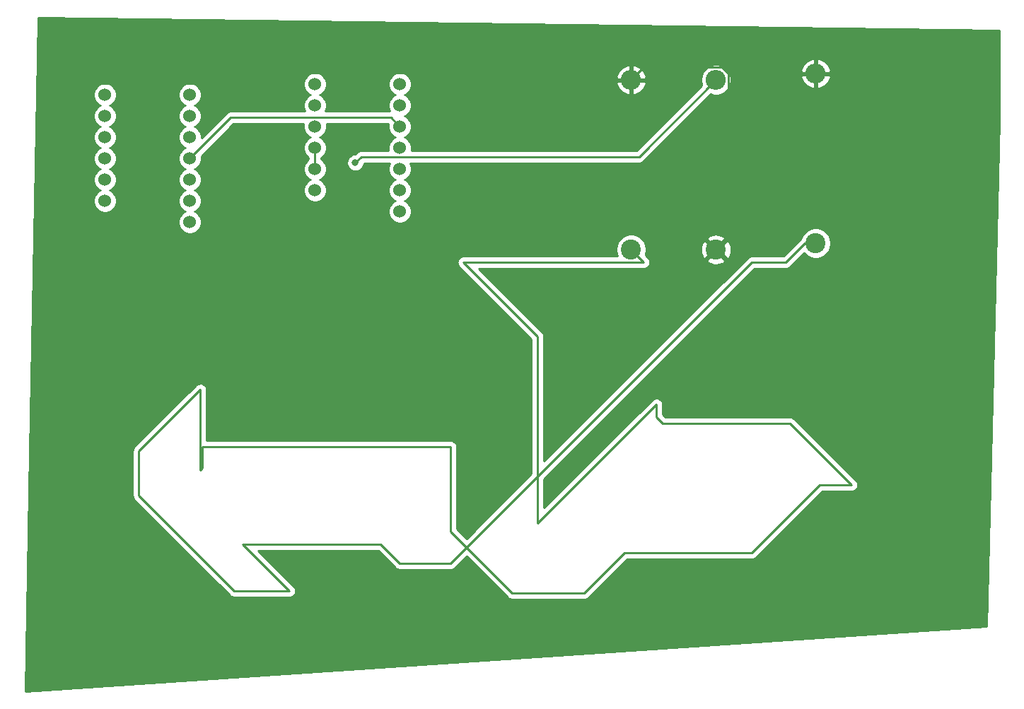
<source format=gbr>
%TF.GenerationSoftware,KiCad,Pcbnew,(5.1.9)-1*%
%TF.CreationDate,2021-10-21T17:43:52-05:00*%
%TF.ProjectId,tutorial,7475746f-7269-4616-9c2e-6b696361645f,rev?*%
%TF.SameCoordinates,Original*%
%TF.FileFunction,Copper,L2,Bot*%
%TF.FilePolarity,Positive*%
%FSLAX46Y46*%
G04 Gerber Fmt 4.6, Leading zero omitted, Abs format (unit mm)*
G04 Created by KiCad (PCBNEW (5.1.9)-1) date 2021-10-21 17:43:52*
%MOMM*%
%LPD*%
G01*
G04 APERTURE LIST*
%TA.AperFunction,ComponentPad*%
%ADD10C,1.524000*%
%TD*%
%TA.AperFunction,ComponentPad*%
%ADD11O,2.400000X2.400000*%
%TD*%
%TA.AperFunction,ComponentPad*%
%ADD12C,2.400000*%
%TD*%
%TA.AperFunction,ViaPad*%
%ADD13C,0.800000*%
%TD*%
%TA.AperFunction,Conductor*%
%ADD14C,0.250000*%
%TD*%
%TA.AperFunction,Conductor*%
%ADD15C,0.254000*%
%TD*%
%TA.AperFunction,Conductor*%
%ADD16C,0.100000*%
%TD*%
G04 APERTURE END LIST*
D10*
%TO.P,U2,13*%
%TO.N,Net-(R3-Pad2)*%
X135636000Y-59182000D03*
%TO.P,U2,12*%
%TO.N,Net-(U2-Pad11)*%
X135636000Y-56642000D03*
%TO.P,U2,11*%
X135636000Y-54102000D03*
%TO.P,U2,10*%
%TO.N,PIN_0*%
X135636000Y-51562000D03*
%TO.P,U2,9*%
%TO.N,Net-(U1-Pad2)*%
X135636000Y-49022000D03*
%TO.P,U2,8*%
%TO.N,Net-(U1-Pad11)*%
X135636000Y-46482000D03*
%TO.P,U2,7*%
%TO.N,Net-(U1-Pad5)*%
X145796000Y-46482000D03*
%TO.P,U2,6*%
%TO.N,Net-(U1-Pad12)*%
X145796000Y-49022000D03*
%TO.P,U2,5*%
%TO.N,Net-(U1-Pad4)*%
X145796000Y-51562000D03*
%TO.P,U2,4*%
%TO.N,Net-(U1-Pad8)*%
X145796000Y-54102000D03*
%TO.P,U2,3*%
%TO.N,Net-(U1-Pad13)*%
X145796000Y-56642000D03*
%TO.P,U2,2*%
X145796000Y-59182000D03*
%TO.P,U2,1*%
%TO.N,Net-(U1-Pad1)*%
X145796000Y-61722000D03*
%TD*%
%TO.P,U1,13*%
%TO.N,Net-(U1-Pad13)*%
X110490000Y-60452000D03*
%TO.P,U1,12*%
%TO.N,Net-(U1-Pad12)*%
X110490000Y-57912000D03*
%TO.P,U1,11*%
%TO.N,Net-(U1-Pad11)*%
X110490000Y-55372000D03*
%TO.P,U1,10*%
%TO.N,Net-(U1-Pad10)*%
X110490000Y-52832000D03*
%TO.P,U1,9*%
%TO.N,Net-(U1-Pad9)*%
X110490000Y-50292000D03*
%TO.P,U1,8*%
%TO.N,Net-(U1-Pad8)*%
X110490000Y-47752000D03*
%TO.P,U1,7*%
%TO.N,Net-(U1-Pad7)*%
X120650000Y-47752000D03*
%TO.P,U1,6*%
%TO.N,PIN_0*%
X120650000Y-50292000D03*
%TO.P,U1,5*%
%TO.N,Net-(U1-Pad5)*%
X120650000Y-52832000D03*
%TO.P,U1,4*%
%TO.N,Net-(U1-Pad4)*%
X120650000Y-55372000D03*
%TO.P,U1,3*%
%TO.N,Net-(U1-Pad13)*%
X120650000Y-57912000D03*
%TO.P,U1,2*%
%TO.N,Net-(U1-Pad2)*%
X120650000Y-60452000D03*
%TO.P,U1,1*%
%TO.N,Net-(U1-Pad1)*%
X120650000Y-62992000D03*
%TD*%
D11*
%TO.P,R3,2*%
%TO.N,Net-(R3-Pad2)*%
X183642000Y-45974000D03*
D12*
%TO.P,R3,1*%
%TO.N,GND*%
X183642000Y-66294000D03*
%TD*%
D11*
%TO.P,R2,2*%
%TO.N,GND*%
X195580000Y-45212000D03*
D12*
%TO.P,R2,1*%
%TO.N,Net-(R1-Pad1)*%
X195580000Y-65532000D03*
%TD*%
D11*
%TO.P,R1,2*%
%TO.N,GND*%
X173482000Y-45974000D03*
D12*
%TO.P,R1,1*%
%TO.N,Net-(R1-Pad1)*%
X173482000Y-66294000D03*
%TD*%
D13*
%TO.N,Net-(R3-Pad2)*%
X140462000Y-55880000D03*
%TD*%
D14*
%TO.N,GND*%
X184374001Y-44448999D02*
X175007001Y-44448999D01*
X185167001Y-45241999D02*
X184374001Y-44448999D01*
X175007001Y-44448999D02*
X173482000Y-45974000D01*
X185167001Y-64768999D02*
X185167001Y-45241999D01*
X183642000Y-66294000D02*
X185167001Y-64768999D01*
X195580000Y-54356000D02*
X183642000Y-66294000D01*
X195580000Y-45212000D02*
X195580000Y-54356000D01*
%TO.N,Net-(R1-Pad1)*%
X194310000Y-65532000D02*
X195580000Y-65532000D01*
X192024000Y-67818000D02*
X194310000Y-65532000D01*
X187960000Y-67818000D02*
X192024000Y-67818000D01*
X187960000Y-102616000D02*
X172720000Y-102616000D01*
X199898000Y-94488000D02*
X196088000Y-94488000D01*
X172720000Y-102616000D02*
X167894000Y-107442000D01*
X125984000Y-107188000D02*
X132588000Y-107188000D01*
X177292000Y-87122000D02*
X192532000Y-87122000D01*
X121920000Y-92710000D02*
X121920000Y-83058000D01*
X192532000Y-87122000D02*
X199898000Y-94488000D01*
X176530000Y-86360000D02*
X177292000Y-87122000D01*
X151892000Y-100076000D02*
X151892000Y-89916000D01*
X162306000Y-76710002D02*
X162306000Y-99060000D01*
X153414999Y-67819001D02*
X162306000Y-76710002D01*
X196088000Y-94488000D02*
X187960000Y-102616000D01*
X159258000Y-107442000D02*
X151892000Y-100076000D01*
X176530000Y-84836000D02*
X176530000Y-86360000D01*
X175007001Y-67819001D02*
X153414999Y-67819001D01*
X162306000Y-99060000D02*
X176530000Y-84836000D01*
X173482000Y-66294000D02*
X175007001Y-67819001D01*
X167894000Y-107442000D02*
X159258000Y-107442000D01*
X151892000Y-89916000D02*
X122174000Y-89916000D01*
X122174000Y-89916000D02*
X122174000Y-92456000D01*
X114554000Y-95758000D02*
X125984000Y-107188000D01*
X122174000Y-92456000D02*
X121920000Y-92710000D01*
X121920000Y-83058000D02*
X114554000Y-90424000D01*
X114554000Y-90424000D02*
X114554000Y-95758000D01*
X132588000Y-107188000D02*
X127000000Y-101600000D01*
X127000000Y-101600000D02*
X143510000Y-101600000D01*
X143510000Y-101600000D02*
X145796000Y-103886000D01*
X145796000Y-103886000D02*
X151892000Y-103886000D01*
X151892000Y-103886000D02*
X187960000Y-67818000D01*
%TO.N,Net-(R3-Pad2)*%
X174426999Y-55189001D02*
X183642000Y-45974000D01*
X141152999Y-55189001D02*
X174426999Y-55189001D01*
X140462000Y-55880000D02*
X141152999Y-55189001D01*
%TO.N,Net-(U1-Pad4)*%
X125547001Y-50474999D02*
X120650000Y-55372000D01*
X144708999Y-50474999D02*
X125547001Y-50474999D01*
X145796000Y-51562000D02*
X144708999Y-50474999D01*
%TO.N,Net-(U2-Pad11)*%
X135636000Y-56642000D02*
X135636000Y-54102000D01*
%TD*%
D15*
%TO.N,GND*%
X217526001Y-40021410D02*
X217526001Y-50901973D01*
X216029900Y-111387178D01*
X114594382Y-118313392D01*
X100968963Y-119170522D01*
X101509649Y-90424000D01*
X113790324Y-90424000D01*
X113794000Y-90461323D01*
X113794001Y-95720668D01*
X113790324Y-95758000D01*
X113804998Y-95906985D01*
X113848454Y-96050246D01*
X113919026Y-96182276D01*
X113990201Y-96269002D01*
X114014000Y-96298001D01*
X114042998Y-96321799D01*
X125420201Y-107699003D01*
X125443999Y-107728001D01*
X125472997Y-107751799D01*
X125559723Y-107822974D01*
X125640735Y-107866276D01*
X125691753Y-107893546D01*
X125835014Y-107937003D01*
X125946667Y-107948000D01*
X125946677Y-107948000D01*
X125983999Y-107951676D01*
X126021322Y-107948000D01*
X132550676Y-107948000D01*
X132587999Y-107951676D01*
X132625322Y-107948000D01*
X132625333Y-107948000D01*
X132736986Y-107937003D01*
X132880247Y-107893546D01*
X133012276Y-107822974D01*
X133128001Y-107728001D01*
X133222974Y-107612276D01*
X133293546Y-107480247D01*
X133337003Y-107336986D01*
X133351677Y-107188000D01*
X133337003Y-107039014D01*
X133293546Y-106895753D01*
X133222974Y-106763724D01*
X133164930Y-106692997D01*
X133151799Y-106676996D01*
X133151795Y-106676992D01*
X133128001Y-106647999D01*
X133099008Y-106624205D01*
X128834801Y-102360000D01*
X143195199Y-102360000D01*
X145232201Y-104397003D01*
X145255999Y-104426001D01*
X145371724Y-104520974D01*
X145503753Y-104591546D01*
X145647014Y-104635003D01*
X145758667Y-104646000D01*
X145758676Y-104646000D01*
X145795999Y-104649676D01*
X145833322Y-104646000D01*
X151854678Y-104646000D01*
X151892000Y-104649676D01*
X151929322Y-104646000D01*
X151929333Y-104646000D01*
X152040986Y-104635003D01*
X152184247Y-104591546D01*
X152316276Y-104520974D01*
X152432001Y-104426001D01*
X152455804Y-104396997D01*
X153797000Y-103055801D01*
X158694201Y-107953003D01*
X158717999Y-107982001D01*
X158746997Y-108005799D01*
X158833723Y-108076974D01*
X158965753Y-108147546D01*
X159109014Y-108191003D01*
X159220667Y-108202000D01*
X159220676Y-108202000D01*
X159257999Y-108205676D01*
X159295322Y-108202000D01*
X167856678Y-108202000D01*
X167894000Y-108205676D01*
X167931322Y-108202000D01*
X167931333Y-108202000D01*
X168042986Y-108191003D01*
X168186247Y-108147546D01*
X168318276Y-108076974D01*
X168434001Y-107982001D01*
X168457804Y-107952997D01*
X173034802Y-103376000D01*
X187922678Y-103376000D01*
X187960000Y-103379676D01*
X187997322Y-103376000D01*
X187997333Y-103376000D01*
X188108986Y-103365003D01*
X188252247Y-103321546D01*
X188384276Y-103250974D01*
X188500001Y-103156001D01*
X188523804Y-103126997D01*
X196402802Y-95248000D01*
X199860676Y-95248000D01*
X199897999Y-95251676D01*
X199935322Y-95248000D01*
X199935333Y-95248000D01*
X200046986Y-95237003D01*
X200190247Y-95193546D01*
X200322276Y-95122974D01*
X200438001Y-95028001D01*
X200532974Y-94912276D01*
X200603546Y-94780247D01*
X200647003Y-94636986D01*
X200661677Y-94488000D01*
X200647003Y-94339014D01*
X200603546Y-94195753D01*
X200532974Y-94063723D01*
X200461799Y-93976997D01*
X200438001Y-93947999D01*
X200409003Y-93924201D01*
X193095804Y-86611003D01*
X193072001Y-86581999D01*
X192956276Y-86487026D01*
X192824247Y-86416454D01*
X192680986Y-86372997D01*
X192569333Y-86362000D01*
X192569322Y-86362000D01*
X192532000Y-86358324D01*
X192494678Y-86362000D01*
X177606802Y-86362000D01*
X177290000Y-86045199D01*
X177290000Y-84873325D01*
X177293676Y-84836000D01*
X177290000Y-84798675D01*
X177290000Y-84798667D01*
X177279003Y-84687014D01*
X177235546Y-84543753D01*
X177164974Y-84411724D01*
X177070001Y-84295999D01*
X177041003Y-84272201D01*
X176954276Y-84201026D01*
X176822246Y-84130454D01*
X176678986Y-84086997D01*
X176665628Y-84085681D01*
X176530000Y-84072323D01*
X176381014Y-84086997D01*
X176237753Y-84130454D01*
X176105724Y-84201026D01*
X175989999Y-84295999D01*
X175966202Y-84324996D01*
X163066000Y-97225199D01*
X163066000Y-93786801D01*
X188274802Y-68578000D01*
X191986678Y-68578000D01*
X192024000Y-68581676D01*
X192061322Y-68578000D01*
X192061333Y-68578000D01*
X192172986Y-68567003D01*
X192316247Y-68523546D01*
X192448276Y-68452974D01*
X192564001Y-68358001D01*
X192587804Y-68328997D01*
X194184860Y-66731942D01*
X194410256Y-66957338D01*
X194710801Y-67158156D01*
X195044750Y-67296482D01*
X195399268Y-67367000D01*
X195760732Y-67367000D01*
X196115250Y-67296482D01*
X196449199Y-67158156D01*
X196749744Y-66957338D01*
X197005338Y-66701744D01*
X197206156Y-66401199D01*
X197344482Y-66067250D01*
X197415000Y-65712732D01*
X197415000Y-65351268D01*
X197344482Y-64996750D01*
X197206156Y-64662801D01*
X197005338Y-64362256D01*
X196749744Y-64106662D01*
X196449199Y-63905844D01*
X196115250Y-63767518D01*
X195760732Y-63697000D01*
X195399268Y-63697000D01*
X195044750Y-63767518D01*
X194710801Y-63905844D01*
X194410256Y-64106662D01*
X194154662Y-64362256D01*
X193953844Y-64662801D01*
X193841942Y-64932957D01*
X193769999Y-64991999D01*
X193746201Y-65020997D01*
X191709199Y-67058000D01*
X187997325Y-67058000D01*
X187960000Y-67054324D01*
X187922675Y-67058000D01*
X187922667Y-67058000D01*
X187811014Y-67068997D01*
X187667753Y-67112454D01*
X187535724Y-67183026D01*
X187419999Y-67277999D01*
X187396201Y-67306997D01*
X163066000Y-91637199D01*
X163066000Y-76747324D01*
X163069676Y-76710001D01*
X163066000Y-76672678D01*
X163066000Y-76672669D01*
X163055003Y-76561016D01*
X163011546Y-76417755D01*
X162940974Y-76285726D01*
X162846001Y-76170001D01*
X162817004Y-76146204D01*
X155249800Y-68579001D01*
X174969677Y-68579001D01*
X175007000Y-68582677D01*
X175044323Y-68579001D01*
X175044334Y-68579001D01*
X175155987Y-68568004D01*
X175299248Y-68524547D01*
X175431277Y-68453975D01*
X175547002Y-68359002D01*
X175641975Y-68243277D01*
X175712547Y-68111248D01*
X175756004Y-67967987D01*
X175770678Y-67819001D01*
X175756004Y-67670015D01*
X175726266Y-67571980D01*
X182543626Y-67571980D01*
X182663514Y-67856836D01*
X182987210Y-68017699D01*
X183336069Y-68112322D01*
X183696684Y-68137067D01*
X184055198Y-68090985D01*
X184397833Y-67975846D01*
X184620486Y-67856836D01*
X184740374Y-67571980D01*
X183642000Y-66473605D01*
X182543626Y-67571980D01*
X175726266Y-67571980D01*
X175712547Y-67526754D01*
X175678867Y-67463744D01*
X175641975Y-67394724D01*
X175570800Y-67307998D01*
X175547002Y-67279000D01*
X175518004Y-67255202D01*
X175201250Y-66938449D01*
X175246482Y-66829250D01*
X175317000Y-66474732D01*
X175317000Y-66348684D01*
X181798933Y-66348684D01*
X181845015Y-66707198D01*
X181960154Y-67049833D01*
X182079164Y-67272486D01*
X182364020Y-67392374D01*
X183462395Y-66294000D01*
X183821605Y-66294000D01*
X184919980Y-67392374D01*
X185204836Y-67272486D01*
X185365699Y-66948790D01*
X185460322Y-66599931D01*
X185485067Y-66239316D01*
X185438985Y-65880802D01*
X185323846Y-65538167D01*
X185204836Y-65315514D01*
X184919980Y-65195626D01*
X183821605Y-66294000D01*
X183462395Y-66294000D01*
X182364020Y-65195626D01*
X182079164Y-65315514D01*
X181918301Y-65639210D01*
X181823678Y-65988069D01*
X181798933Y-66348684D01*
X175317000Y-66348684D01*
X175317000Y-66113268D01*
X175246482Y-65758750D01*
X175108156Y-65424801D01*
X174907338Y-65124256D01*
X174799102Y-65016020D01*
X182543626Y-65016020D01*
X183642000Y-66114395D01*
X184740374Y-65016020D01*
X184620486Y-64731164D01*
X184296790Y-64570301D01*
X183947931Y-64475678D01*
X183587316Y-64450933D01*
X183228802Y-64497015D01*
X182886167Y-64612154D01*
X182663514Y-64731164D01*
X182543626Y-65016020D01*
X174799102Y-65016020D01*
X174651744Y-64868662D01*
X174351199Y-64667844D01*
X174017250Y-64529518D01*
X173662732Y-64459000D01*
X173301268Y-64459000D01*
X172946750Y-64529518D01*
X172612801Y-64667844D01*
X172312256Y-64868662D01*
X172056662Y-65124256D01*
X171855844Y-65424801D01*
X171717518Y-65758750D01*
X171647000Y-66113268D01*
X171647000Y-66474732D01*
X171717518Y-66829250D01*
X171812684Y-67059001D01*
X153452321Y-67059001D01*
X153414999Y-67055325D01*
X153377677Y-67059001D01*
X153377666Y-67059001D01*
X153266013Y-67069998D01*
X153122752Y-67113455D01*
X152990723Y-67184027D01*
X152874998Y-67279000D01*
X152780025Y-67394725D01*
X152709453Y-67526754D01*
X152665996Y-67670015D01*
X152651322Y-67819001D01*
X152665996Y-67967987D01*
X152709453Y-68111248D01*
X152780025Y-68243277D01*
X152874998Y-68359002D01*
X152904002Y-68382805D01*
X161546000Y-77024804D01*
X161546001Y-93157198D01*
X153797000Y-100906199D01*
X152652000Y-99761199D01*
X152652000Y-89953333D01*
X152655677Y-89916000D01*
X152641003Y-89767014D01*
X152597546Y-89623753D01*
X152526974Y-89491724D01*
X152432001Y-89375999D01*
X152316276Y-89281026D01*
X152184247Y-89210454D01*
X152040986Y-89166997D01*
X151929333Y-89156000D01*
X151892000Y-89152323D01*
X151854667Y-89156000D01*
X122680000Y-89156000D01*
X122680000Y-83095324D01*
X122683676Y-83058001D01*
X122680000Y-83020678D01*
X122680000Y-83020667D01*
X122669003Y-82909014D01*
X122625546Y-82765753D01*
X122554974Y-82633724D01*
X122460001Y-82517999D01*
X122344276Y-82423026D01*
X122212247Y-82352454D01*
X122068986Y-82308997D01*
X121920000Y-82294323D01*
X121771015Y-82308997D01*
X121690132Y-82333532D01*
X121627753Y-82352454D01*
X121495723Y-82423026D01*
X121408997Y-82494201D01*
X121408993Y-82494205D01*
X121380000Y-82517999D01*
X121356206Y-82546992D01*
X114043003Y-89860196D01*
X114013999Y-89883999D01*
X113987737Y-89916000D01*
X113919026Y-89999724D01*
X113848455Y-90131753D01*
X113848454Y-90131754D01*
X113804997Y-90275015D01*
X113794000Y-90386668D01*
X113794000Y-90386678D01*
X113790324Y-90424000D01*
X101509649Y-90424000D01*
X102314845Y-47614408D01*
X109093000Y-47614408D01*
X109093000Y-47889592D01*
X109146686Y-48159490D01*
X109251995Y-48413727D01*
X109404880Y-48642535D01*
X109599465Y-48837120D01*
X109828273Y-48990005D01*
X109905515Y-49022000D01*
X109828273Y-49053995D01*
X109599465Y-49206880D01*
X109404880Y-49401465D01*
X109251995Y-49630273D01*
X109146686Y-49884510D01*
X109093000Y-50154408D01*
X109093000Y-50429592D01*
X109146686Y-50699490D01*
X109251995Y-50953727D01*
X109404880Y-51182535D01*
X109599465Y-51377120D01*
X109828273Y-51530005D01*
X109905515Y-51562000D01*
X109828273Y-51593995D01*
X109599465Y-51746880D01*
X109404880Y-51941465D01*
X109251995Y-52170273D01*
X109146686Y-52424510D01*
X109093000Y-52694408D01*
X109093000Y-52969592D01*
X109146686Y-53239490D01*
X109251995Y-53493727D01*
X109404880Y-53722535D01*
X109599465Y-53917120D01*
X109828273Y-54070005D01*
X109905515Y-54102000D01*
X109828273Y-54133995D01*
X109599465Y-54286880D01*
X109404880Y-54481465D01*
X109251995Y-54710273D01*
X109146686Y-54964510D01*
X109093000Y-55234408D01*
X109093000Y-55509592D01*
X109146686Y-55779490D01*
X109251995Y-56033727D01*
X109404880Y-56262535D01*
X109599465Y-56457120D01*
X109828273Y-56610005D01*
X109905515Y-56642000D01*
X109828273Y-56673995D01*
X109599465Y-56826880D01*
X109404880Y-57021465D01*
X109251995Y-57250273D01*
X109146686Y-57504510D01*
X109093000Y-57774408D01*
X109093000Y-58049592D01*
X109146686Y-58319490D01*
X109251995Y-58573727D01*
X109404880Y-58802535D01*
X109599465Y-58997120D01*
X109828273Y-59150005D01*
X109905515Y-59182000D01*
X109828273Y-59213995D01*
X109599465Y-59366880D01*
X109404880Y-59561465D01*
X109251995Y-59790273D01*
X109146686Y-60044510D01*
X109093000Y-60314408D01*
X109093000Y-60589592D01*
X109146686Y-60859490D01*
X109251995Y-61113727D01*
X109404880Y-61342535D01*
X109599465Y-61537120D01*
X109828273Y-61690005D01*
X110082510Y-61795314D01*
X110352408Y-61849000D01*
X110627592Y-61849000D01*
X110897490Y-61795314D01*
X111151727Y-61690005D01*
X111380535Y-61537120D01*
X111575120Y-61342535D01*
X111728005Y-61113727D01*
X111833314Y-60859490D01*
X111887000Y-60589592D01*
X111887000Y-60314408D01*
X111833314Y-60044510D01*
X111728005Y-59790273D01*
X111575120Y-59561465D01*
X111380535Y-59366880D01*
X111151727Y-59213995D01*
X111074485Y-59182000D01*
X111151727Y-59150005D01*
X111380535Y-58997120D01*
X111575120Y-58802535D01*
X111728005Y-58573727D01*
X111833314Y-58319490D01*
X111887000Y-58049592D01*
X111887000Y-57774408D01*
X111833314Y-57504510D01*
X111728005Y-57250273D01*
X111575120Y-57021465D01*
X111380535Y-56826880D01*
X111151727Y-56673995D01*
X111074485Y-56642000D01*
X111151727Y-56610005D01*
X111380535Y-56457120D01*
X111575120Y-56262535D01*
X111728005Y-56033727D01*
X111833314Y-55779490D01*
X111887000Y-55509592D01*
X111887000Y-55234408D01*
X111833314Y-54964510D01*
X111728005Y-54710273D01*
X111575120Y-54481465D01*
X111380535Y-54286880D01*
X111151727Y-54133995D01*
X111074485Y-54102000D01*
X111151727Y-54070005D01*
X111380535Y-53917120D01*
X111575120Y-53722535D01*
X111728005Y-53493727D01*
X111833314Y-53239490D01*
X111887000Y-52969592D01*
X111887000Y-52694408D01*
X111833314Y-52424510D01*
X111728005Y-52170273D01*
X111575120Y-51941465D01*
X111380535Y-51746880D01*
X111151727Y-51593995D01*
X111074485Y-51562000D01*
X111151727Y-51530005D01*
X111380535Y-51377120D01*
X111575120Y-51182535D01*
X111728005Y-50953727D01*
X111833314Y-50699490D01*
X111887000Y-50429592D01*
X111887000Y-50154408D01*
X111833314Y-49884510D01*
X111728005Y-49630273D01*
X111575120Y-49401465D01*
X111380535Y-49206880D01*
X111151727Y-49053995D01*
X111074485Y-49022000D01*
X111151727Y-48990005D01*
X111380535Y-48837120D01*
X111575120Y-48642535D01*
X111728005Y-48413727D01*
X111833314Y-48159490D01*
X111887000Y-47889592D01*
X111887000Y-47614408D01*
X119253000Y-47614408D01*
X119253000Y-47889592D01*
X119306686Y-48159490D01*
X119411995Y-48413727D01*
X119564880Y-48642535D01*
X119759465Y-48837120D01*
X119988273Y-48990005D01*
X120065515Y-49022000D01*
X119988273Y-49053995D01*
X119759465Y-49206880D01*
X119564880Y-49401465D01*
X119411995Y-49630273D01*
X119306686Y-49884510D01*
X119253000Y-50154408D01*
X119253000Y-50429592D01*
X119306686Y-50699490D01*
X119411995Y-50953727D01*
X119564880Y-51182535D01*
X119759465Y-51377120D01*
X119988273Y-51530005D01*
X120065515Y-51562000D01*
X119988273Y-51593995D01*
X119759465Y-51746880D01*
X119564880Y-51941465D01*
X119411995Y-52170273D01*
X119306686Y-52424510D01*
X119253000Y-52694408D01*
X119253000Y-52969592D01*
X119306686Y-53239490D01*
X119411995Y-53493727D01*
X119564880Y-53722535D01*
X119759465Y-53917120D01*
X119988273Y-54070005D01*
X120065515Y-54102000D01*
X119988273Y-54133995D01*
X119759465Y-54286880D01*
X119564880Y-54481465D01*
X119411995Y-54710273D01*
X119306686Y-54964510D01*
X119253000Y-55234408D01*
X119253000Y-55509592D01*
X119306686Y-55779490D01*
X119411995Y-56033727D01*
X119564880Y-56262535D01*
X119759465Y-56457120D01*
X119988273Y-56610005D01*
X120065515Y-56642000D01*
X119988273Y-56673995D01*
X119759465Y-56826880D01*
X119564880Y-57021465D01*
X119411995Y-57250273D01*
X119306686Y-57504510D01*
X119253000Y-57774408D01*
X119253000Y-58049592D01*
X119306686Y-58319490D01*
X119411995Y-58573727D01*
X119564880Y-58802535D01*
X119759465Y-58997120D01*
X119988273Y-59150005D01*
X120065515Y-59182000D01*
X119988273Y-59213995D01*
X119759465Y-59366880D01*
X119564880Y-59561465D01*
X119411995Y-59790273D01*
X119306686Y-60044510D01*
X119253000Y-60314408D01*
X119253000Y-60589592D01*
X119306686Y-60859490D01*
X119411995Y-61113727D01*
X119564880Y-61342535D01*
X119759465Y-61537120D01*
X119988273Y-61690005D01*
X120065515Y-61722000D01*
X119988273Y-61753995D01*
X119759465Y-61906880D01*
X119564880Y-62101465D01*
X119411995Y-62330273D01*
X119306686Y-62584510D01*
X119253000Y-62854408D01*
X119253000Y-63129592D01*
X119306686Y-63399490D01*
X119411995Y-63653727D01*
X119564880Y-63882535D01*
X119759465Y-64077120D01*
X119988273Y-64230005D01*
X120242510Y-64335314D01*
X120512408Y-64389000D01*
X120787592Y-64389000D01*
X121057490Y-64335314D01*
X121311727Y-64230005D01*
X121540535Y-64077120D01*
X121735120Y-63882535D01*
X121888005Y-63653727D01*
X121993314Y-63399490D01*
X122047000Y-63129592D01*
X122047000Y-62854408D01*
X121993314Y-62584510D01*
X121888005Y-62330273D01*
X121735120Y-62101465D01*
X121540535Y-61906880D01*
X121311727Y-61753995D01*
X121234485Y-61722000D01*
X121311727Y-61690005D01*
X121540535Y-61537120D01*
X121735120Y-61342535D01*
X121888005Y-61113727D01*
X121993314Y-60859490D01*
X122047000Y-60589592D01*
X122047000Y-60314408D01*
X121993314Y-60044510D01*
X121888005Y-59790273D01*
X121735120Y-59561465D01*
X121540535Y-59366880D01*
X121311727Y-59213995D01*
X121234485Y-59182000D01*
X121311727Y-59150005D01*
X121540535Y-58997120D01*
X121735120Y-58802535D01*
X121888005Y-58573727D01*
X121993314Y-58319490D01*
X122047000Y-58049592D01*
X122047000Y-57774408D01*
X121993314Y-57504510D01*
X121888005Y-57250273D01*
X121735120Y-57021465D01*
X121540535Y-56826880D01*
X121311727Y-56673995D01*
X121234485Y-56642000D01*
X121311727Y-56610005D01*
X121540535Y-56457120D01*
X121735120Y-56262535D01*
X121888005Y-56033727D01*
X121993314Y-55779490D01*
X122047000Y-55509592D01*
X122047000Y-55234408D01*
X122016372Y-55080429D01*
X125861803Y-51234999D01*
X134276676Y-51234999D01*
X134239000Y-51424408D01*
X134239000Y-51699592D01*
X134292686Y-51969490D01*
X134397995Y-52223727D01*
X134550880Y-52452535D01*
X134745465Y-52647120D01*
X134974273Y-52800005D01*
X135051515Y-52832000D01*
X134974273Y-52863995D01*
X134745465Y-53016880D01*
X134550880Y-53211465D01*
X134397995Y-53440273D01*
X134292686Y-53694510D01*
X134239000Y-53964408D01*
X134239000Y-54239592D01*
X134292686Y-54509490D01*
X134397995Y-54763727D01*
X134550880Y-54992535D01*
X134745465Y-55187120D01*
X134876001Y-55274341D01*
X134876000Y-55469659D01*
X134745465Y-55556880D01*
X134550880Y-55751465D01*
X134397995Y-55980273D01*
X134292686Y-56234510D01*
X134239000Y-56504408D01*
X134239000Y-56779592D01*
X134292686Y-57049490D01*
X134397995Y-57303727D01*
X134550880Y-57532535D01*
X134745465Y-57727120D01*
X134974273Y-57880005D01*
X135051515Y-57912000D01*
X134974273Y-57943995D01*
X134745465Y-58096880D01*
X134550880Y-58291465D01*
X134397995Y-58520273D01*
X134292686Y-58774510D01*
X134239000Y-59044408D01*
X134239000Y-59319592D01*
X134292686Y-59589490D01*
X134397995Y-59843727D01*
X134550880Y-60072535D01*
X134745465Y-60267120D01*
X134974273Y-60420005D01*
X135228510Y-60525314D01*
X135498408Y-60579000D01*
X135773592Y-60579000D01*
X136043490Y-60525314D01*
X136297727Y-60420005D01*
X136526535Y-60267120D01*
X136721120Y-60072535D01*
X136874005Y-59843727D01*
X136979314Y-59589490D01*
X137033000Y-59319592D01*
X137033000Y-59044408D01*
X136979314Y-58774510D01*
X136874005Y-58520273D01*
X136721120Y-58291465D01*
X136526535Y-58096880D01*
X136297727Y-57943995D01*
X136220485Y-57912000D01*
X136297727Y-57880005D01*
X136526535Y-57727120D01*
X136721120Y-57532535D01*
X136874005Y-57303727D01*
X136979314Y-57049490D01*
X137033000Y-56779592D01*
X137033000Y-56504408D01*
X136979314Y-56234510D01*
X136874005Y-55980273D01*
X136721120Y-55751465D01*
X136526535Y-55556880D01*
X136396000Y-55469659D01*
X136396000Y-55274341D01*
X136526535Y-55187120D01*
X136721120Y-54992535D01*
X136874005Y-54763727D01*
X136979314Y-54509490D01*
X137033000Y-54239592D01*
X137033000Y-53964408D01*
X136979314Y-53694510D01*
X136874005Y-53440273D01*
X136721120Y-53211465D01*
X136526535Y-53016880D01*
X136297727Y-52863995D01*
X136220485Y-52832000D01*
X136297727Y-52800005D01*
X136526535Y-52647120D01*
X136721120Y-52452535D01*
X136874005Y-52223727D01*
X136979314Y-51969490D01*
X137033000Y-51699592D01*
X137033000Y-51424408D01*
X136995324Y-51234999D01*
X144394198Y-51234999D01*
X144429628Y-51270429D01*
X144399000Y-51424408D01*
X144399000Y-51699592D01*
X144452686Y-51969490D01*
X144557995Y-52223727D01*
X144710880Y-52452535D01*
X144905465Y-52647120D01*
X145134273Y-52800005D01*
X145211515Y-52832000D01*
X145134273Y-52863995D01*
X144905465Y-53016880D01*
X144710880Y-53211465D01*
X144557995Y-53440273D01*
X144452686Y-53694510D01*
X144399000Y-53964408D01*
X144399000Y-54239592D01*
X144436676Y-54429001D01*
X141190321Y-54429001D01*
X141152998Y-54425325D01*
X141115675Y-54429001D01*
X141115666Y-54429001D01*
X141004013Y-54439998D01*
X140867312Y-54481465D01*
X140860752Y-54483455D01*
X140728722Y-54554027D01*
X140645082Y-54622669D01*
X140612998Y-54649000D01*
X140589200Y-54677999D01*
X140422198Y-54845000D01*
X140360061Y-54845000D01*
X140160102Y-54884774D01*
X139971744Y-54962795D01*
X139802226Y-55076063D01*
X139658063Y-55220226D01*
X139544795Y-55389744D01*
X139466774Y-55578102D01*
X139427000Y-55778061D01*
X139427000Y-55981939D01*
X139466774Y-56181898D01*
X139544795Y-56370256D01*
X139658063Y-56539774D01*
X139802226Y-56683937D01*
X139971744Y-56797205D01*
X140160102Y-56875226D01*
X140360061Y-56915000D01*
X140563939Y-56915000D01*
X140763898Y-56875226D01*
X140952256Y-56797205D01*
X141121774Y-56683937D01*
X141265937Y-56539774D01*
X141379205Y-56370256D01*
X141457226Y-56181898D01*
X141497000Y-55981939D01*
X141497000Y-55949001D01*
X144578890Y-55949001D01*
X144557995Y-55980273D01*
X144452686Y-56234510D01*
X144399000Y-56504408D01*
X144399000Y-56779592D01*
X144452686Y-57049490D01*
X144557995Y-57303727D01*
X144710880Y-57532535D01*
X144905465Y-57727120D01*
X145134273Y-57880005D01*
X145211515Y-57912000D01*
X145134273Y-57943995D01*
X144905465Y-58096880D01*
X144710880Y-58291465D01*
X144557995Y-58520273D01*
X144452686Y-58774510D01*
X144399000Y-59044408D01*
X144399000Y-59319592D01*
X144452686Y-59589490D01*
X144557995Y-59843727D01*
X144710880Y-60072535D01*
X144905465Y-60267120D01*
X145134273Y-60420005D01*
X145211515Y-60452000D01*
X145134273Y-60483995D01*
X144905465Y-60636880D01*
X144710880Y-60831465D01*
X144557995Y-61060273D01*
X144452686Y-61314510D01*
X144399000Y-61584408D01*
X144399000Y-61859592D01*
X144452686Y-62129490D01*
X144557995Y-62383727D01*
X144710880Y-62612535D01*
X144905465Y-62807120D01*
X145134273Y-62960005D01*
X145388510Y-63065314D01*
X145658408Y-63119000D01*
X145933592Y-63119000D01*
X146203490Y-63065314D01*
X146457727Y-62960005D01*
X146686535Y-62807120D01*
X146881120Y-62612535D01*
X147034005Y-62383727D01*
X147139314Y-62129490D01*
X147193000Y-61859592D01*
X147193000Y-61584408D01*
X147139314Y-61314510D01*
X147034005Y-61060273D01*
X146881120Y-60831465D01*
X146686535Y-60636880D01*
X146457727Y-60483995D01*
X146380485Y-60452000D01*
X146457727Y-60420005D01*
X146686535Y-60267120D01*
X146881120Y-60072535D01*
X147034005Y-59843727D01*
X147139314Y-59589490D01*
X147193000Y-59319592D01*
X147193000Y-59044408D01*
X147139314Y-58774510D01*
X147034005Y-58520273D01*
X146881120Y-58291465D01*
X146686535Y-58096880D01*
X146457727Y-57943995D01*
X146380485Y-57912000D01*
X146457727Y-57880005D01*
X146686535Y-57727120D01*
X146881120Y-57532535D01*
X147034005Y-57303727D01*
X147139314Y-57049490D01*
X147193000Y-56779592D01*
X147193000Y-56504408D01*
X147139314Y-56234510D01*
X147034005Y-55980273D01*
X147013110Y-55949001D01*
X174389677Y-55949001D01*
X174426999Y-55952677D01*
X174464321Y-55949001D01*
X174464332Y-55949001D01*
X174575985Y-55938004D01*
X174719246Y-55894547D01*
X174851275Y-55823975D01*
X174967000Y-55729002D01*
X174990803Y-55699998D01*
X182997552Y-47693251D01*
X183106750Y-47738482D01*
X183461268Y-47809000D01*
X183822732Y-47809000D01*
X184177250Y-47738482D01*
X184511199Y-47600156D01*
X184811744Y-47399338D01*
X185067338Y-47143744D01*
X185268156Y-46843199D01*
X185406482Y-46509250D01*
X185477000Y-46154732D01*
X185477000Y-45793268D01*
X185443292Y-45623806D01*
X193791801Y-45623806D01*
X193906500Y-45964754D01*
X194085511Y-46276774D01*
X194321954Y-46547875D01*
X194606743Y-46767639D01*
X194928934Y-46927621D01*
X195168195Y-47000195D01*
X195453000Y-46883432D01*
X195453000Y-45339000D01*
X195707000Y-45339000D01*
X195707000Y-46883432D01*
X195991805Y-47000195D01*
X196231066Y-46927621D01*
X196553257Y-46767639D01*
X196838046Y-46547875D01*
X197074489Y-46276774D01*
X197253500Y-45964754D01*
X197368199Y-45623806D01*
X197251854Y-45339000D01*
X195707000Y-45339000D01*
X195453000Y-45339000D01*
X193908146Y-45339000D01*
X193791801Y-45623806D01*
X185443292Y-45623806D01*
X185406482Y-45438750D01*
X185268156Y-45104801D01*
X185067338Y-44804256D01*
X185063276Y-44800194D01*
X193791801Y-44800194D01*
X193908146Y-45085000D01*
X195453000Y-45085000D01*
X195453000Y-43540568D01*
X195707000Y-43540568D01*
X195707000Y-45085000D01*
X197251854Y-45085000D01*
X197368199Y-44800194D01*
X197253500Y-44459246D01*
X197074489Y-44147226D01*
X196838046Y-43876125D01*
X196553257Y-43656361D01*
X196231066Y-43496379D01*
X195991805Y-43423805D01*
X195707000Y-43540568D01*
X195453000Y-43540568D01*
X195168195Y-43423805D01*
X194928934Y-43496379D01*
X194606743Y-43656361D01*
X194321954Y-43876125D01*
X194085511Y-44147226D01*
X193906500Y-44459246D01*
X193791801Y-44800194D01*
X185063276Y-44800194D01*
X184811744Y-44548662D01*
X184511199Y-44347844D01*
X184177250Y-44209518D01*
X183822732Y-44139000D01*
X183461268Y-44139000D01*
X183106750Y-44209518D01*
X182772801Y-44347844D01*
X182472256Y-44548662D01*
X182216662Y-44804256D01*
X182015844Y-45104801D01*
X181877518Y-45438750D01*
X181807000Y-45793268D01*
X181807000Y-46154732D01*
X181877518Y-46509250D01*
X181922749Y-46618448D01*
X174112198Y-54429001D01*
X147155324Y-54429001D01*
X147193000Y-54239592D01*
X147193000Y-53964408D01*
X147139314Y-53694510D01*
X147034005Y-53440273D01*
X146881120Y-53211465D01*
X146686535Y-53016880D01*
X146457727Y-52863995D01*
X146380485Y-52832000D01*
X146457727Y-52800005D01*
X146686535Y-52647120D01*
X146881120Y-52452535D01*
X147034005Y-52223727D01*
X147139314Y-51969490D01*
X147193000Y-51699592D01*
X147193000Y-51424408D01*
X147139314Y-51154510D01*
X147034005Y-50900273D01*
X146881120Y-50671465D01*
X146686535Y-50476880D01*
X146457727Y-50323995D01*
X146380485Y-50292000D01*
X146457727Y-50260005D01*
X146686535Y-50107120D01*
X146881120Y-49912535D01*
X147034005Y-49683727D01*
X147139314Y-49429490D01*
X147193000Y-49159592D01*
X147193000Y-48884408D01*
X147139314Y-48614510D01*
X147034005Y-48360273D01*
X146881120Y-48131465D01*
X146686535Y-47936880D01*
X146457727Y-47783995D01*
X146380485Y-47752000D01*
X146457727Y-47720005D01*
X146686535Y-47567120D01*
X146881120Y-47372535D01*
X147034005Y-47143727D01*
X147139314Y-46889490D01*
X147193000Y-46619592D01*
X147193000Y-46385806D01*
X171693801Y-46385806D01*
X171808500Y-46726754D01*
X171987511Y-47038774D01*
X172223954Y-47309875D01*
X172508743Y-47529639D01*
X172830934Y-47689621D01*
X173070195Y-47762195D01*
X173355000Y-47645432D01*
X173355000Y-46101000D01*
X173609000Y-46101000D01*
X173609000Y-47645432D01*
X173893805Y-47762195D01*
X174133066Y-47689621D01*
X174455257Y-47529639D01*
X174740046Y-47309875D01*
X174976489Y-47038774D01*
X175155500Y-46726754D01*
X175270199Y-46385806D01*
X175153854Y-46101000D01*
X173609000Y-46101000D01*
X173355000Y-46101000D01*
X171810146Y-46101000D01*
X171693801Y-46385806D01*
X147193000Y-46385806D01*
X147193000Y-46344408D01*
X147139314Y-46074510D01*
X147034005Y-45820273D01*
X146881120Y-45591465D01*
X146851849Y-45562194D01*
X171693801Y-45562194D01*
X171810146Y-45847000D01*
X173355000Y-45847000D01*
X173355000Y-44302568D01*
X173609000Y-44302568D01*
X173609000Y-45847000D01*
X175153854Y-45847000D01*
X175270199Y-45562194D01*
X175155500Y-45221246D01*
X174976489Y-44909226D01*
X174740046Y-44638125D01*
X174455257Y-44418361D01*
X174133066Y-44258379D01*
X173893805Y-44185805D01*
X173609000Y-44302568D01*
X173355000Y-44302568D01*
X173070195Y-44185805D01*
X172830934Y-44258379D01*
X172508743Y-44418361D01*
X172223954Y-44638125D01*
X171987511Y-44909226D01*
X171808500Y-45221246D01*
X171693801Y-45562194D01*
X146851849Y-45562194D01*
X146686535Y-45396880D01*
X146457727Y-45243995D01*
X146203490Y-45138686D01*
X145933592Y-45085000D01*
X145658408Y-45085000D01*
X145388510Y-45138686D01*
X145134273Y-45243995D01*
X144905465Y-45396880D01*
X144710880Y-45591465D01*
X144557995Y-45820273D01*
X144452686Y-46074510D01*
X144399000Y-46344408D01*
X144399000Y-46619592D01*
X144452686Y-46889490D01*
X144557995Y-47143727D01*
X144710880Y-47372535D01*
X144905465Y-47567120D01*
X145134273Y-47720005D01*
X145211515Y-47752000D01*
X145134273Y-47783995D01*
X144905465Y-47936880D01*
X144710880Y-48131465D01*
X144557995Y-48360273D01*
X144452686Y-48614510D01*
X144399000Y-48884408D01*
X144399000Y-49159592D01*
X144452686Y-49429490D01*
X144557995Y-49683727D01*
X144578890Y-49714999D01*
X136853110Y-49714999D01*
X136874005Y-49683727D01*
X136979314Y-49429490D01*
X137033000Y-49159592D01*
X137033000Y-48884408D01*
X136979314Y-48614510D01*
X136874005Y-48360273D01*
X136721120Y-48131465D01*
X136526535Y-47936880D01*
X136297727Y-47783995D01*
X136220485Y-47752000D01*
X136297727Y-47720005D01*
X136526535Y-47567120D01*
X136721120Y-47372535D01*
X136874005Y-47143727D01*
X136979314Y-46889490D01*
X137033000Y-46619592D01*
X137033000Y-46344408D01*
X136979314Y-46074510D01*
X136874005Y-45820273D01*
X136721120Y-45591465D01*
X136526535Y-45396880D01*
X136297727Y-45243995D01*
X136043490Y-45138686D01*
X135773592Y-45085000D01*
X135498408Y-45085000D01*
X135228510Y-45138686D01*
X134974273Y-45243995D01*
X134745465Y-45396880D01*
X134550880Y-45591465D01*
X134397995Y-45820273D01*
X134292686Y-46074510D01*
X134239000Y-46344408D01*
X134239000Y-46619592D01*
X134292686Y-46889490D01*
X134397995Y-47143727D01*
X134550880Y-47372535D01*
X134745465Y-47567120D01*
X134974273Y-47720005D01*
X135051515Y-47752000D01*
X134974273Y-47783995D01*
X134745465Y-47936880D01*
X134550880Y-48131465D01*
X134397995Y-48360273D01*
X134292686Y-48614510D01*
X134239000Y-48884408D01*
X134239000Y-49159592D01*
X134292686Y-49429490D01*
X134397995Y-49683727D01*
X134418890Y-49714999D01*
X125584323Y-49714999D01*
X125547000Y-49711323D01*
X125509677Y-49714999D01*
X125509668Y-49714999D01*
X125398015Y-49725996D01*
X125254754Y-49769453D01*
X125122725Y-49840025D01*
X125007000Y-49934998D01*
X124983202Y-49963996D01*
X122047000Y-52900199D01*
X122047000Y-52694408D01*
X121993314Y-52424510D01*
X121888005Y-52170273D01*
X121735120Y-51941465D01*
X121540535Y-51746880D01*
X121311727Y-51593995D01*
X121234485Y-51562000D01*
X121311727Y-51530005D01*
X121540535Y-51377120D01*
X121735120Y-51182535D01*
X121888005Y-50953727D01*
X121993314Y-50699490D01*
X122047000Y-50429592D01*
X122047000Y-50154408D01*
X121993314Y-49884510D01*
X121888005Y-49630273D01*
X121735120Y-49401465D01*
X121540535Y-49206880D01*
X121311727Y-49053995D01*
X121234485Y-49022000D01*
X121311727Y-48990005D01*
X121540535Y-48837120D01*
X121735120Y-48642535D01*
X121888005Y-48413727D01*
X121993314Y-48159490D01*
X122047000Y-47889592D01*
X122047000Y-47614408D01*
X121993314Y-47344510D01*
X121888005Y-47090273D01*
X121735120Y-46861465D01*
X121540535Y-46666880D01*
X121311727Y-46513995D01*
X121057490Y-46408686D01*
X120787592Y-46355000D01*
X120512408Y-46355000D01*
X120242510Y-46408686D01*
X119988273Y-46513995D01*
X119759465Y-46666880D01*
X119564880Y-46861465D01*
X119411995Y-47090273D01*
X119306686Y-47344510D01*
X119253000Y-47614408D01*
X111887000Y-47614408D01*
X111833314Y-47344510D01*
X111728005Y-47090273D01*
X111575120Y-46861465D01*
X111380535Y-46666880D01*
X111151727Y-46513995D01*
X110897490Y-46408686D01*
X110627592Y-46355000D01*
X110352408Y-46355000D01*
X110082510Y-46408686D01*
X109828273Y-46513995D01*
X109599465Y-46666880D01*
X109404880Y-46861465D01*
X109251995Y-47090273D01*
X109146686Y-47344510D01*
X109093000Y-47614408D01*
X102314845Y-47614408D01*
X102396242Y-43286837D01*
X102499667Y-38514514D01*
X217526001Y-40021410D01*
%TA.AperFunction,Conductor*%
D16*
G36*
X217526001Y-40021410D02*
G01*
X217526001Y-50901973D01*
X216029900Y-111387178D01*
X114594382Y-118313392D01*
X100968963Y-119170522D01*
X101509649Y-90424000D01*
X113790324Y-90424000D01*
X113794000Y-90461323D01*
X113794001Y-95720668D01*
X113790324Y-95758000D01*
X113804998Y-95906985D01*
X113848454Y-96050246D01*
X113919026Y-96182276D01*
X113990201Y-96269002D01*
X114014000Y-96298001D01*
X114042998Y-96321799D01*
X125420201Y-107699003D01*
X125443999Y-107728001D01*
X125472997Y-107751799D01*
X125559723Y-107822974D01*
X125640735Y-107866276D01*
X125691753Y-107893546D01*
X125835014Y-107937003D01*
X125946667Y-107948000D01*
X125946677Y-107948000D01*
X125983999Y-107951676D01*
X126021322Y-107948000D01*
X132550676Y-107948000D01*
X132587999Y-107951676D01*
X132625322Y-107948000D01*
X132625333Y-107948000D01*
X132736986Y-107937003D01*
X132880247Y-107893546D01*
X133012276Y-107822974D01*
X133128001Y-107728001D01*
X133222974Y-107612276D01*
X133293546Y-107480247D01*
X133337003Y-107336986D01*
X133351677Y-107188000D01*
X133337003Y-107039014D01*
X133293546Y-106895753D01*
X133222974Y-106763724D01*
X133164930Y-106692997D01*
X133151799Y-106676996D01*
X133151795Y-106676992D01*
X133128001Y-106647999D01*
X133099008Y-106624205D01*
X128834801Y-102360000D01*
X143195199Y-102360000D01*
X145232201Y-104397003D01*
X145255999Y-104426001D01*
X145371724Y-104520974D01*
X145503753Y-104591546D01*
X145647014Y-104635003D01*
X145758667Y-104646000D01*
X145758676Y-104646000D01*
X145795999Y-104649676D01*
X145833322Y-104646000D01*
X151854678Y-104646000D01*
X151892000Y-104649676D01*
X151929322Y-104646000D01*
X151929333Y-104646000D01*
X152040986Y-104635003D01*
X152184247Y-104591546D01*
X152316276Y-104520974D01*
X152432001Y-104426001D01*
X152455804Y-104396997D01*
X153797000Y-103055801D01*
X158694201Y-107953003D01*
X158717999Y-107982001D01*
X158746997Y-108005799D01*
X158833723Y-108076974D01*
X158965753Y-108147546D01*
X159109014Y-108191003D01*
X159220667Y-108202000D01*
X159220676Y-108202000D01*
X159257999Y-108205676D01*
X159295322Y-108202000D01*
X167856678Y-108202000D01*
X167894000Y-108205676D01*
X167931322Y-108202000D01*
X167931333Y-108202000D01*
X168042986Y-108191003D01*
X168186247Y-108147546D01*
X168318276Y-108076974D01*
X168434001Y-107982001D01*
X168457804Y-107952997D01*
X173034802Y-103376000D01*
X187922678Y-103376000D01*
X187960000Y-103379676D01*
X187997322Y-103376000D01*
X187997333Y-103376000D01*
X188108986Y-103365003D01*
X188252247Y-103321546D01*
X188384276Y-103250974D01*
X188500001Y-103156001D01*
X188523804Y-103126997D01*
X196402802Y-95248000D01*
X199860676Y-95248000D01*
X199897999Y-95251676D01*
X199935322Y-95248000D01*
X199935333Y-95248000D01*
X200046986Y-95237003D01*
X200190247Y-95193546D01*
X200322276Y-95122974D01*
X200438001Y-95028001D01*
X200532974Y-94912276D01*
X200603546Y-94780247D01*
X200647003Y-94636986D01*
X200661677Y-94488000D01*
X200647003Y-94339014D01*
X200603546Y-94195753D01*
X200532974Y-94063723D01*
X200461799Y-93976997D01*
X200438001Y-93947999D01*
X200409003Y-93924201D01*
X193095804Y-86611003D01*
X193072001Y-86581999D01*
X192956276Y-86487026D01*
X192824247Y-86416454D01*
X192680986Y-86372997D01*
X192569333Y-86362000D01*
X192569322Y-86362000D01*
X192532000Y-86358324D01*
X192494678Y-86362000D01*
X177606802Y-86362000D01*
X177290000Y-86045199D01*
X177290000Y-84873325D01*
X177293676Y-84836000D01*
X177290000Y-84798675D01*
X177290000Y-84798667D01*
X177279003Y-84687014D01*
X177235546Y-84543753D01*
X177164974Y-84411724D01*
X177070001Y-84295999D01*
X177041003Y-84272201D01*
X176954276Y-84201026D01*
X176822246Y-84130454D01*
X176678986Y-84086997D01*
X176665628Y-84085681D01*
X176530000Y-84072323D01*
X176381014Y-84086997D01*
X176237753Y-84130454D01*
X176105724Y-84201026D01*
X175989999Y-84295999D01*
X175966202Y-84324996D01*
X163066000Y-97225199D01*
X163066000Y-93786801D01*
X188274802Y-68578000D01*
X191986678Y-68578000D01*
X192024000Y-68581676D01*
X192061322Y-68578000D01*
X192061333Y-68578000D01*
X192172986Y-68567003D01*
X192316247Y-68523546D01*
X192448276Y-68452974D01*
X192564001Y-68358001D01*
X192587804Y-68328997D01*
X194184860Y-66731942D01*
X194410256Y-66957338D01*
X194710801Y-67158156D01*
X195044750Y-67296482D01*
X195399268Y-67367000D01*
X195760732Y-67367000D01*
X196115250Y-67296482D01*
X196449199Y-67158156D01*
X196749744Y-66957338D01*
X197005338Y-66701744D01*
X197206156Y-66401199D01*
X197344482Y-66067250D01*
X197415000Y-65712732D01*
X197415000Y-65351268D01*
X197344482Y-64996750D01*
X197206156Y-64662801D01*
X197005338Y-64362256D01*
X196749744Y-64106662D01*
X196449199Y-63905844D01*
X196115250Y-63767518D01*
X195760732Y-63697000D01*
X195399268Y-63697000D01*
X195044750Y-63767518D01*
X194710801Y-63905844D01*
X194410256Y-64106662D01*
X194154662Y-64362256D01*
X193953844Y-64662801D01*
X193841942Y-64932957D01*
X193769999Y-64991999D01*
X193746201Y-65020997D01*
X191709199Y-67058000D01*
X187997325Y-67058000D01*
X187960000Y-67054324D01*
X187922675Y-67058000D01*
X187922667Y-67058000D01*
X187811014Y-67068997D01*
X187667753Y-67112454D01*
X187535724Y-67183026D01*
X187419999Y-67277999D01*
X187396201Y-67306997D01*
X163066000Y-91637199D01*
X163066000Y-76747324D01*
X163069676Y-76710001D01*
X163066000Y-76672678D01*
X163066000Y-76672669D01*
X163055003Y-76561016D01*
X163011546Y-76417755D01*
X162940974Y-76285726D01*
X162846001Y-76170001D01*
X162817004Y-76146204D01*
X155249800Y-68579001D01*
X174969677Y-68579001D01*
X175007000Y-68582677D01*
X175044323Y-68579001D01*
X175044334Y-68579001D01*
X175155987Y-68568004D01*
X175299248Y-68524547D01*
X175431277Y-68453975D01*
X175547002Y-68359002D01*
X175641975Y-68243277D01*
X175712547Y-68111248D01*
X175756004Y-67967987D01*
X175770678Y-67819001D01*
X175756004Y-67670015D01*
X175726266Y-67571980D01*
X182543626Y-67571980D01*
X182663514Y-67856836D01*
X182987210Y-68017699D01*
X183336069Y-68112322D01*
X183696684Y-68137067D01*
X184055198Y-68090985D01*
X184397833Y-67975846D01*
X184620486Y-67856836D01*
X184740374Y-67571980D01*
X183642000Y-66473605D01*
X182543626Y-67571980D01*
X175726266Y-67571980D01*
X175712547Y-67526754D01*
X175678867Y-67463744D01*
X175641975Y-67394724D01*
X175570800Y-67307998D01*
X175547002Y-67279000D01*
X175518004Y-67255202D01*
X175201250Y-66938449D01*
X175246482Y-66829250D01*
X175317000Y-66474732D01*
X175317000Y-66348684D01*
X181798933Y-66348684D01*
X181845015Y-66707198D01*
X181960154Y-67049833D01*
X182079164Y-67272486D01*
X182364020Y-67392374D01*
X183462395Y-66294000D01*
X183821605Y-66294000D01*
X184919980Y-67392374D01*
X185204836Y-67272486D01*
X185365699Y-66948790D01*
X185460322Y-66599931D01*
X185485067Y-66239316D01*
X185438985Y-65880802D01*
X185323846Y-65538167D01*
X185204836Y-65315514D01*
X184919980Y-65195626D01*
X183821605Y-66294000D01*
X183462395Y-66294000D01*
X182364020Y-65195626D01*
X182079164Y-65315514D01*
X181918301Y-65639210D01*
X181823678Y-65988069D01*
X181798933Y-66348684D01*
X175317000Y-66348684D01*
X175317000Y-66113268D01*
X175246482Y-65758750D01*
X175108156Y-65424801D01*
X174907338Y-65124256D01*
X174799102Y-65016020D01*
X182543626Y-65016020D01*
X183642000Y-66114395D01*
X184740374Y-65016020D01*
X184620486Y-64731164D01*
X184296790Y-64570301D01*
X183947931Y-64475678D01*
X183587316Y-64450933D01*
X183228802Y-64497015D01*
X182886167Y-64612154D01*
X182663514Y-64731164D01*
X182543626Y-65016020D01*
X174799102Y-65016020D01*
X174651744Y-64868662D01*
X174351199Y-64667844D01*
X174017250Y-64529518D01*
X173662732Y-64459000D01*
X173301268Y-64459000D01*
X172946750Y-64529518D01*
X172612801Y-64667844D01*
X172312256Y-64868662D01*
X172056662Y-65124256D01*
X171855844Y-65424801D01*
X171717518Y-65758750D01*
X171647000Y-66113268D01*
X171647000Y-66474732D01*
X171717518Y-66829250D01*
X171812684Y-67059001D01*
X153452321Y-67059001D01*
X153414999Y-67055325D01*
X153377677Y-67059001D01*
X153377666Y-67059001D01*
X153266013Y-67069998D01*
X153122752Y-67113455D01*
X152990723Y-67184027D01*
X152874998Y-67279000D01*
X152780025Y-67394725D01*
X152709453Y-67526754D01*
X152665996Y-67670015D01*
X152651322Y-67819001D01*
X152665996Y-67967987D01*
X152709453Y-68111248D01*
X152780025Y-68243277D01*
X152874998Y-68359002D01*
X152904002Y-68382805D01*
X161546000Y-77024804D01*
X161546001Y-93157198D01*
X153797000Y-100906199D01*
X152652000Y-99761199D01*
X152652000Y-89953333D01*
X152655677Y-89916000D01*
X152641003Y-89767014D01*
X152597546Y-89623753D01*
X152526974Y-89491724D01*
X152432001Y-89375999D01*
X152316276Y-89281026D01*
X152184247Y-89210454D01*
X152040986Y-89166997D01*
X151929333Y-89156000D01*
X151892000Y-89152323D01*
X151854667Y-89156000D01*
X122680000Y-89156000D01*
X122680000Y-83095324D01*
X122683676Y-83058001D01*
X122680000Y-83020678D01*
X122680000Y-83020667D01*
X122669003Y-82909014D01*
X122625546Y-82765753D01*
X122554974Y-82633724D01*
X122460001Y-82517999D01*
X122344276Y-82423026D01*
X122212247Y-82352454D01*
X122068986Y-82308997D01*
X121920000Y-82294323D01*
X121771015Y-82308997D01*
X121690132Y-82333532D01*
X121627753Y-82352454D01*
X121495723Y-82423026D01*
X121408997Y-82494201D01*
X121408993Y-82494205D01*
X121380000Y-82517999D01*
X121356206Y-82546992D01*
X114043003Y-89860196D01*
X114013999Y-89883999D01*
X113987737Y-89916000D01*
X113919026Y-89999724D01*
X113848455Y-90131753D01*
X113848454Y-90131754D01*
X113804997Y-90275015D01*
X113794000Y-90386668D01*
X113794000Y-90386678D01*
X113790324Y-90424000D01*
X101509649Y-90424000D01*
X102314845Y-47614408D01*
X109093000Y-47614408D01*
X109093000Y-47889592D01*
X109146686Y-48159490D01*
X109251995Y-48413727D01*
X109404880Y-48642535D01*
X109599465Y-48837120D01*
X109828273Y-48990005D01*
X109905515Y-49022000D01*
X109828273Y-49053995D01*
X109599465Y-49206880D01*
X109404880Y-49401465D01*
X109251995Y-49630273D01*
X109146686Y-49884510D01*
X109093000Y-50154408D01*
X109093000Y-50429592D01*
X109146686Y-50699490D01*
X109251995Y-50953727D01*
X109404880Y-51182535D01*
X109599465Y-51377120D01*
X109828273Y-51530005D01*
X109905515Y-51562000D01*
X109828273Y-51593995D01*
X109599465Y-51746880D01*
X109404880Y-51941465D01*
X109251995Y-52170273D01*
X109146686Y-52424510D01*
X109093000Y-52694408D01*
X109093000Y-52969592D01*
X109146686Y-53239490D01*
X109251995Y-53493727D01*
X109404880Y-53722535D01*
X109599465Y-53917120D01*
X109828273Y-54070005D01*
X109905515Y-54102000D01*
X109828273Y-54133995D01*
X109599465Y-54286880D01*
X109404880Y-54481465D01*
X109251995Y-54710273D01*
X109146686Y-54964510D01*
X109093000Y-55234408D01*
X109093000Y-55509592D01*
X109146686Y-55779490D01*
X109251995Y-56033727D01*
X109404880Y-56262535D01*
X109599465Y-56457120D01*
X109828273Y-56610005D01*
X109905515Y-56642000D01*
X109828273Y-56673995D01*
X109599465Y-56826880D01*
X109404880Y-57021465D01*
X109251995Y-57250273D01*
X109146686Y-57504510D01*
X109093000Y-57774408D01*
X109093000Y-58049592D01*
X109146686Y-58319490D01*
X109251995Y-58573727D01*
X109404880Y-58802535D01*
X109599465Y-58997120D01*
X109828273Y-59150005D01*
X109905515Y-59182000D01*
X109828273Y-59213995D01*
X109599465Y-59366880D01*
X109404880Y-59561465D01*
X109251995Y-59790273D01*
X109146686Y-60044510D01*
X109093000Y-60314408D01*
X109093000Y-60589592D01*
X109146686Y-60859490D01*
X109251995Y-61113727D01*
X109404880Y-61342535D01*
X109599465Y-61537120D01*
X109828273Y-61690005D01*
X110082510Y-61795314D01*
X110352408Y-61849000D01*
X110627592Y-61849000D01*
X110897490Y-61795314D01*
X111151727Y-61690005D01*
X111380535Y-61537120D01*
X111575120Y-61342535D01*
X111728005Y-61113727D01*
X111833314Y-60859490D01*
X111887000Y-60589592D01*
X111887000Y-60314408D01*
X111833314Y-60044510D01*
X111728005Y-59790273D01*
X111575120Y-59561465D01*
X111380535Y-59366880D01*
X111151727Y-59213995D01*
X111074485Y-59182000D01*
X111151727Y-59150005D01*
X111380535Y-58997120D01*
X111575120Y-58802535D01*
X111728005Y-58573727D01*
X111833314Y-58319490D01*
X111887000Y-58049592D01*
X111887000Y-57774408D01*
X111833314Y-57504510D01*
X111728005Y-57250273D01*
X111575120Y-57021465D01*
X111380535Y-56826880D01*
X111151727Y-56673995D01*
X111074485Y-56642000D01*
X111151727Y-56610005D01*
X111380535Y-56457120D01*
X111575120Y-56262535D01*
X111728005Y-56033727D01*
X111833314Y-55779490D01*
X111887000Y-55509592D01*
X111887000Y-55234408D01*
X111833314Y-54964510D01*
X111728005Y-54710273D01*
X111575120Y-54481465D01*
X111380535Y-54286880D01*
X111151727Y-54133995D01*
X111074485Y-54102000D01*
X111151727Y-54070005D01*
X111380535Y-53917120D01*
X111575120Y-53722535D01*
X111728005Y-53493727D01*
X111833314Y-53239490D01*
X111887000Y-52969592D01*
X111887000Y-52694408D01*
X111833314Y-52424510D01*
X111728005Y-52170273D01*
X111575120Y-51941465D01*
X111380535Y-51746880D01*
X111151727Y-51593995D01*
X111074485Y-51562000D01*
X111151727Y-51530005D01*
X111380535Y-51377120D01*
X111575120Y-51182535D01*
X111728005Y-50953727D01*
X111833314Y-50699490D01*
X111887000Y-50429592D01*
X111887000Y-50154408D01*
X111833314Y-49884510D01*
X111728005Y-49630273D01*
X111575120Y-49401465D01*
X111380535Y-49206880D01*
X111151727Y-49053995D01*
X111074485Y-49022000D01*
X111151727Y-48990005D01*
X111380535Y-48837120D01*
X111575120Y-48642535D01*
X111728005Y-48413727D01*
X111833314Y-48159490D01*
X111887000Y-47889592D01*
X111887000Y-47614408D01*
X119253000Y-47614408D01*
X119253000Y-47889592D01*
X119306686Y-48159490D01*
X119411995Y-48413727D01*
X119564880Y-48642535D01*
X119759465Y-48837120D01*
X119988273Y-48990005D01*
X120065515Y-49022000D01*
X119988273Y-49053995D01*
X119759465Y-49206880D01*
X119564880Y-49401465D01*
X119411995Y-49630273D01*
X119306686Y-49884510D01*
X119253000Y-50154408D01*
X119253000Y-50429592D01*
X119306686Y-50699490D01*
X119411995Y-50953727D01*
X119564880Y-51182535D01*
X119759465Y-51377120D01*
X119988273Y-51530005D01*
X120065515Y-51562000D01*
X119988273Y-51593995D01*
X119759465Y-51746880D01*
X119564880Y-51941465D01*
X119411995Y-52170273D01*
X119306686Y-52424510D01*
X119253000Y-52694408D01*
X119253000Y-52969592D01*
X119306686Y-53239490D01*
X119411995Y-53493727D01*
X119564880Y-53722535D01*
X119759465Y-53917120D01*
X119988273Y-54070005D01*
X120065515Y-54102000D01*
X119988273Y-54133995D01*
X119759465Y-54286880D01*
X119564880Y-54481465D01*
X119411995Y-54710273D01*
X119306686Y-54964510D01*
X119253000Y-55234408D01*
X119253000Y-55509592D01*
X119306686Y-55779490D01*
X119411995Y-56033727D01*
X119564880Y-56262535D01*
X119759465Y-56457120D01*
X119988273Y-56610005D01*
X120065515Y-56642000D01*
X119988273Y-56673995D01*
X119759465Y-56826880D01*
X119564880Y-57021465D01*
X119411995Y-57250273D01*
X119306686Y-57504510D01*
X119253000Y-57774408D01*
X119253000Y-58049592D01*
X119306686Y-58319490D01*
X119411995Y-58573727D01*
X119564880Y-58802535D01*
X119759465Y-58997120D01*
X119988273Y-59150005D01*
X120065515Y-59182000D01*
X119988273Y-59213995D01*
X119759465Y-59366880D01*
X119564880Y-59561465D01*
X119411995Y-59790273D01*
X119306686Y-60044510D01*
X119253000Y-60314408D01*
X119253000Y-60589592D01*
X119306686Y-60859490D01*
X119411995Y-61113727D01*
X119564880Y-61342535D01*
X119759465Y-61537120D01*
X119988273Y-61690005D01*
X120065515Y-61722000D01*
X119988273Y-61753995D01*
X119759465Y-61906880D01*
X119564880Y-62101465D01*
X119411995Y-62330273D01*
X119306686Y-62584510D01*
X119253000Y-62854408D01*
X119253000Y-63129592D01*
X119306686Y-63399490D01*
X119411995Y-63653727D01*
X119564880Y-63882535D01*
X119759465Y-64077120D01*
X119988273Y-64230005D01*
X120242510Y-64335314D01*
X120512408Y-64389000D01*
X120787592Y-64389000D01*
X121057490Y-64335314D01*
X121311727Y-64230005D01*
X121540535Y-64077120D01*
X121735120Y-63882535D01*
X121888005Y-63653727D01*
X121993314Y-63399490D01*
X122047000Y-63129592D01*
X122047000Y-62854408D01*
X121993314Y-62584510D01*
X121888005Y-62330273D01*
X121735120Y-62101465D01*
X121540535Y-61906880D01*
X121311727Y-61753995D01*
X121234485Y-61722000D01*
X121311727Y-61690005D01*
X121540535Y-61537120D01*
X121735120Y-61342535D01*
X121888005Y-61113727D01*
X121993314Y-60859490D01*
X122047000Y-60589592D01*
X122047000Y-60314408D01*
X121993314Y-60044510D01*
X121888005Y-59790273D01*
X121735120Y-59561465D01*
X121540535Y-59366880D01*
X121311727Y-59213995D01*
X121234485Y-59182000D01*
X121311727Y-59150005D01*
X121540535Y-58997120D01*
X121735120Y-58802535D01*
X121888005Y-58573727D01*
X121993314Y-58319490D01*
X122047000Y-58049592D01*
X122047000Y-57774408D01*
X121993314Y-57504510D01*
X121888005Y-57250273D01*
X121735120Y-57021465D01*
X121540535Y-56826880D01*
X121311727Y-56673995D01*
X121234485Y-56642000D01*
X121311727Y-56610005D01*
X121540535Y-56457120D01*
X121735120Y-56262535D01*
X121888005Y-56033727D01*
X121993314Y-55779490D01*
X122047000Y-55509592D01*
X122047000Y-55234408D01*
X122016372Y-55080429D01*
X125861803Y-51234999D01*
X134276676Y-51234999D01*
X134239000Y-51424408D01*
X134239000Y-51699592D01*
X134292686Y-51969490D01*
X134397995Y-52223727D01*
X134550880Y-52452535D01*
X134745465Y-52647120D01*
X134974273Y-52800005D01*
X135051515Y-52832000D01*
X134974273Y-52863995D01*
X134745465Y-53016880D01*
X134550880Y-53211465D01*
X134397995Y-53440273D01*
X134292686Y-53694510D01*
X134239000Y-53964408D01*
X134239000Y-54239592D01*
X134292686Y-54509490D01*
X134397995Y-54763727D01*
X134550880Y-54992535D01*
X134745465Y-55187120D01*
X134876001Y-55274341D01*
X134876000Y-55469659D01*
X134745465Y-55556880D01*
X134550880Y-55751465D01*
X134397995Y-55980273D01*
X134292686Y-56234510D01*
X134239000Y-56504408D01*
X134239000Y-56779592D01*
X134292686Y-57049490D01*
X134397995Y-57303727D01*
X134550880Y-57532535D01*
X134745465Y-57727120D01*
X134974273Y-57880005D01*
X135051515Y-57912000D01*
X134974273Y-57943995D01*
X134745465Y-58096880D01*
X134550880Y-58291465D01*
X134397995Y-58520273D01*
X134292686Y-58774510D01*
X134239000Y-59044408D01*
X134239000Y-59319592D01*
X134292686Y-59589490D01*
X134397995Y-59843727D01*
X134550880Y-60072535D01*
X134745465Y-60267120D01*
X134974273Y-60420005D01*
X135228510Y-60525314D01*
X135498408Y-60579000D01*
X135773592Y-60579000D01*
X136043490Y-60525314D01*
X136297727Y-60420005D01*
X136526535Y-60267120D01*
X136721120Y-60072535D01*
X136874005Y-59843727D01*
X136979314Y-59589490D01*
X137033000Y-59319592D01*
X137033000Y-59044408D01*
X136979314Y-58774510D01*
X136874005Y-58520273D01*
X136721120Y-58291465D01*
X136526535Y-58096880D01*
X136297727Y-57943995D01*
X136220485Y-57912000D01*
X136297727Y-57880005D01*
X136526535Y-57727120D01*
X136721120Y-57532535D01*
X136874005Y-57303727D01*
X136979314Y-57049490D01*
X137033000Y-56779592D01*
X137033000Y-56504408D01*
X136979314Y-56234510D01*
X136874005Y-55980273D01*
X136721120Y-55751465D01*
X136526535Y-55556880D01*
X136396000Y-55469659D01*
X136396000Y-55274341D01*
X136526535Y-55187120D01*
X136721120Y-54992535D01*
X136874005Y-54763727D01*
X136979314Y-54509490D01*
X137033000Y-54239592D01*
X137033000Y-53964408D01*
X136979314Y-53694510D01*
X136874005Y-53440273D01*
X136721120Y-53211465D01*
X136526535Y-53016880D01*
X136297727Y-52863995D01*
X136220485Y-52832000D01*
X136297727Y-52800005D01*
X136526535Y-52647120D01*
X136721120Y-52452535D01*
X136874005Y-52223727D01*
X136979314Y-51969490D01*
X137033000Y-51699592D01*
X137033000Y-51424408D01*
X136995324Y-51234999D01*
X144394198Y-51234999D01*
X144429628Y-51270429D01*
X144399000Y-51424408D01*
X144399000Y-51699592D01*
X144452686Y-51969490D01*
X144557995Y-52223727D01*
X144710880Y-52452535D01*
X144905465Y-52647120D01*
X145134273Y-52800005D01*
X145211515Y-52832000D01*
X145134273Y-52863995D01*
X144905465Y-53016880D01*
X144710880Y-53211465D01*
X144557995Y-53440273D01*
X144452686Y-53694510D01*
X144399000Y-53964408D01*
X144399000Y-54239592D01*
X144436676Y-54429001D01*
X141190321Y-54429001D01*
X141152998Y-54425325D01*
X141115675Y-54429001D01*
X141115666Y-54429001D01*
X141004013Y-54439998D01*
X140867312Y-54481465D01*
X140860752Y-54483455D01*
X140728722Y-54554027D01*
X140645082Y-54622669D01*
X140612998Y-54649000D01*
X140589200Y-54677999D01*
X140422198Y-54845000D01*
X140360061Y-54845000D01*
X140160102Y-54884774D01*
X139971744Y-54962795D01*
X139802226Y-55076063D01*
X139658063Y-55220226D01*
X139544795Y-55389744D01*
X139466774Y-55578102D01*
X139427000Y-55778061D01*
X139427000Y-55981939D01*
X139466774Y-56181898D01*
X139544795Y-56370256D01*
X139658063Y-56539774D01*
X139802226Y-56683937D01*
X139971744Y-56797205D01*
X140160102Y-56875226D01*
X140360061Y-56915000D01*
X140563939Y-56915000D01*
X140763898Y-56875226D01*
X140952256Y-56797205D01*
X141121774Y-56683937D01*
X141265937Y-56539774D01*
X141379205Y-56370256D01*
X141457226Y-56181898D01*
X141497000Y-55981939D01*
X141497000Y-55949001D01*
X144578890Y-55949001D01*
X144557995Y-55980273D01*
X144452686Y-56234510D01*
X144399000Y-56504408D01*
X144399000Y-56779592D01*
X144452686Y-57049490D01*
X144557995Y-57303727D01*
X144710880Y-57532535D01*
X144905465Y-57727120D01*
X145134273Y-57880005D01*
X145211515Y-57912000D01*
X145134273Y-57943995D01*
X144905465Y-58096880D01*
X144710880Y-58291465D01*
X144557995Y-58520273D01*
X144452686Y-58774510D01*
X144399000Y-59044408D01*
X144399000Y-59319592D01*
X144452686Y-59589490D01*
X144557995Y-59843727D01*
X144710880Y-60072535D01*
X144905465Y-60267120D01*
X145134273Y-60420005D01*
X145211515Y-60452000D01*
X145134273Y-60483995D01*
X144905465Y-60636880D01*
X144710880Y-60831465D01*
X144557995Y-61060273D01*
X144452686Y-61314510D01*
X144399000Y-61584408D01*
X144399000Y-61859592D01*
X144452686Y-62129490D01*
X144557995Y-62383727D01*
X144710880Y-62612535D01*
X144905465Y-62807120D01*
X145134273Y-62960005D01*
X145388510Y-63065314D01*
X145658408Y-63119000D01*
X145933592Y-63119000D01*
X146203490Y-63065314D01*
X146457727Y-62960005D01*
X146686535Y-62807120D01*
X146881120Y-62612535D01*
X147034005Y-62383727D01*
X147139314Y-62129490D01*
X147193000Y-61859592D01*
X147193000Y-61584408D01*
X147139314Y-61314510D01*
X147034005Y-61060273D01*
X146881120Y-60831465D01*
X146686535Y-60636880D01*
X146457727Y-60483995D01*
X146380485Y-60452000D01*
X146457727Y-60420005D01*
X146686535Y-60267120D01*
X146881120Y-60072535D01*
X147034005Y-59843727D01*
X147139314Y-59589490D01*
X147193000Y-59319592D01*
X147193000Y-59044408D01*
X147139314Y-58774510D01*
X147034005Y-58520273D01*
X146881120Y-58291465D01*
X146686535Y-58096880D01*
X146457727Y-57943995D01*
X146380485Y-57912000D01*
X146457727Y-57880005D01*
X146686535Y-57727120D01*
X146881120Y-57532535D01*
X147034005Y-57303727D01*
X147139314Y-57049490D01*
X147193000Y-56779592D01*
X147193000Y-56504408D01*
X147139314Y-56234510D01*
X147034005Y-55980273D01*
X147013110Y-55949001D01*
X174389677Y-55949001D01*
X174426999Y-55952677D01*
X174464321Y-55949001D01*
X174464332Y-55949001D01*
X174575985Y-55938004D01*
X174719246Y-55894547D01*
X174851275Y-55823975D01*
X174967000Y-55729002D01*
X174990803Y-55699998D01*
X182997552Y-47693251D01*
X183106750Y-47738482D01*
X183461268Y-47809000D01*
X183822732Y-47809000D01*
X184177250Y-47738482D01*
X184511199Y-47600156D01*
X184811744Y-47399338D01*
X185067338Y-47143744D01*
X185268156Y-46843199D01*
X185406482Y-46509250D01*
X185477000Y-46154732D01*
X185477000Y-45793268D01*
X185443292Y-45623806D01*
X193791801Y-45623806D01*
X193906500Y-45964754D01*
X194085511Y-46276774D01*
X194321954Y-46547875D01*
X194606743Y-46767639D01*
X194928934Y-46927621D01*
X195168195Y-47000195D01*
X195453000Y-46883432D01*
X195453000Y-45339000D01*
X195707000Y-45339000D01*
X195707000Y-46883432D01*
X195991805Y-47000195D01*
X196231066Y-46927621D01*
X196553257Y-46767639D01*
X196838046Y-46547875D01*
X197074489Y-46276774D01*
X197253500Y-45964754D01*
X197368199Y-45623806D01*
X197251854Y-45339000D01*
X195707000Y-45339000D01*
X195453000Y-45339000D01*
X193908146Y-45339000D01*
X193791801Y-45623806D01*
X185443292Y-45623806D01*
X185406482Y-45438750D01*
X185268156Y-45104801D01*
X185067338Y-44804256D01*
X185063276Y-44800194D01*
X193791801Y-44800194D01*
X193908146Y-45085000D01*
X195453000Y-45085000D01*
X195453000Y-43540568D01*
X195707000Y-43540568D01*
X195707000Y-45085000D01*
X197251854Y-45085000D01*
X197368199Y-44800194D01*
X197253500Y-44459246D01*
X197074489Y-44147226D01*
X196838046Y-43876125D01*
X196553257Y-43656361D01*
X196231066Y-43496379D01*
X195991805Y-43423805D01*
X195707000Y-43540568D01*
X195453000Y-43540568D01*
X195168195Y-43423805D01*
X194928934Y-43496379D01*
X194606743Y-43656361D01*
X194321954Y-43876125D01*
X194085511Y-44147226D01*
X193906500Y-44459246D01*
X193791801Y-44800194D01*
X185063276Y-44800194D01*
X184811744Y-44548662D01*
X184511199Y-44347844D01*
X184177250Y-44209518D01*
X183822732Y-44139000D01*
X183461268Y-44139000D01*
X183106750Y-44209518D01*
X182772801Y-44347844D01*
X182472256Y-44548662D01*
X182216662Y-44804256D01*
X182015844Y-45104801D01*
X181877518Y-45438750D01*
X181807000Y-45793268D01*
X181807000Y-46154732D01*
X181877518Y-46509250D01*
X181922749Y-46618448D01*
X174112198Y-54429001D01*
X147155324Y-54429001D01*
X147193000Y-54239592D01*
X147193000Y-53964408D01*
X147139314Y-53694510D01*
X147034005Y-53440273D01*
X146881120Y-53211465D01*
X146686535Y-53016880D01*
X146457727Y-52863995D01*
X146380485Y-52832000D01*
X146457727Y-52800005D01*
X146686535Y-52647120D01*
X146881120Y-52452535D01*
X147034005Y-52223727D01*
X147139314Y-51969490D01*
X147193000Y-51699592D01*
X147193000Y-51424408D01*
X147139314Y-51154510D01*
X147034005Y-50900273D01*
X146881120Y-50671465D01*
X146686535Y-50476880D01*
X146457727Y-50323995D01*
X146380485Y-50292000D01*
X146457727Y-50260005D01*
X146686535Y-50107120D01*
X146881120Y-49912535D01*
X147034005Y-49683727D01*
X147139314Y-49429490D01*
X147193000Y-49159592D01*
X147193000Y-48884408D01*
X147139314Y-48614510D01*
X147034005Y-48360273D01*
X146881120Y-48131465D01*
X146686535Y-47936880D01*
X146457727Y-47783995D01*
X146380485Y-47752000D01*
X146457727Y-47720005D01*
X146686535Y-47567120D01*
X146881120Y-47372535D01*
X147034005Y-47143727D01*
X147139314Y-46889490D01*
X147193000Y-46619592D01*
X147193000Y-46385806D01*
X171693801Y-46385806D01*
X171808500Y-46726754D01*
X171987511Y-47038774D01*
X172223954Y-47309875D01*
X172508743Y-47529639D01*
X172830934Y-47689621D01*
X173070195Y-47762195D01*
X173355000Y-47645432D01*
X173355000Y-46101000D01*
X173609000Y-46101000D01*
X173609000Y-47645432D01*
X173893805Y-47762195D01*
X174133066Y-47689621D01*
X174455257Y-47529639D01*
X174740046Y-47309875D01*
X174976489Y-47038774D01*
X175155500Y-46726754D01*
X175270199Y-46385806D01*
X175153854Y-46101000D01*
X173609000Y-46101000D01*
X173355000Y-46101000D01*
X171810146Y-46101000D01*
X171693801Y-46385806D01*
X147193000Y-46385806D01*
X147193000Y-46344408D01*
X147139314Y-46074510D01*
X147034005Y-45820273D01*
X146881120Y-45591465D01*
X146851849Y-45562194D01*
X171693801Y-45562194D01*
X171810146Y-45847000D01*
X173355000Y-45847000D01*
X173355000Y-44302568D01*
X173609000Y-44302568D01*
X173609000Y-45847000D01*
X175153854Y-45847000D01*
X175270199Y-45562194D01*
X175155500Y-45221246D01*
X174976489Y-44909226D01*
X174740046Y-44638125D01*
X174455257Y-44418361D01*
X174133066Y-44258379D01*
X173893805Y-44185805D01*
X173609000Y-44302568D01*
X173355000Y-44302568D01*
X173070195Y-44185805D01*
X172830934Y-44258379D01*
X172508743Y-44418361D01*
X172223954Y-44638125D01*
X171987511Y-44909226D01*
X171808500Y-45221246D01*
X171693801Y-45562194D01*
X146851849Y-45562194D01*
X146686535Y-45396880D01*
X146457727Y-45243995D01*
X146203490Y-45138686D01*
X145933592Y-45085000D01*
X145658408Y-45085000D01*
X145388510Y-45138686D01*
X145134273Y-45243995D01*
X144905465Y-45396880D01*
X144710880Y-45591465D01*
X144557995Y-45820273D01*
X144452686Y-46074510D01*
X144399000Y-46344408D01*
X144399000Y-46619592D01*
X144452686Y-46889490D01*
X144557995Y-47143727D01*
X144710880Y-47372535D01*
X144905465Y-47567120D01*
X145134273Y-47720005D01*
X145211515Y-47752000D01*
X145134273Y-47783995D01*
X144905465Y-47936880D01*
X144710880Y-48131465D01*
X144557995Y-48360273D01*
X144452686Y-48614510D01*
X144399000Y-48884408D01*
X144399000Y-49159592D01*
X144452686Y-49429490D01*
X144557995Y-49683727D01*
X144578890Y-49714999D01*
X136853110Y-49714999D01*
X136874005Y-49683727D01*
X136979314Y-49429490D01*
X137033000Y-49159592D01*
X137033000Y-48884408D01*
X136979314Y-48614510D01*
X136874005Y-48360273D01*
X136721120Y-48131465D01*
X136526535Y-47936880D01*
X136297727Y-47783995D01*
X136220485Y-47752000D01*
X136297727Y-47720005D01*
X136526535Y-47567120D01*
X136721120Y-47372535D01*
X136874005Y-47143727D01*
X136979314Y-46889490D01*
X137033000Y-46619592D01*
X137033000Y-46344408D01*
X136979314Y-46074510D01*
X136874005Y-45820273D01*
X136721120Y-45591465D01*
X136526535Y-45396880D01*
X136297727Y-45243995D01*
X136043490Y-45138686D01*
X135773592Y-45085000D01*
X135498408Y-45085000D01*
X135228510Y-45138686D01*
X134974273Y-45243995D01*
X134745465Y-45396880D01*
X134550880Y-45591465D01*
X134397995Y-45820273D01*
X134292686Y-46074510D01*
X134239000Y-46344408D01*
X134239000Y-46619592D01*
X134292686Y-46889490D01*
X134397995Y-47143727D01*
X134550880Y-47372535D01*
X134745465Y-47567120D01*
X134974273Y-47720005D01*
X135051515Y-47752000D01*
X134974273Y-47783995D01*
X134745465Y-47936880D01*
X134550880Y-48131465D01*
X134397995Y-48360273D01*
X134292686Y-48614510D01*
X134239000Y-48884408D01*
X134239000Y-49159592D01*
X134292686Y-49429490D01*
X134397995Y-49683727D01*
X134418890Y-49714999D01*
X125584323Y-49714999D01*
X125547000Y-49711323D01*
X125509677Y-49714999D01*
X125509668Y-49714999D01*
X125398015Y-49725996D01*
X125254754Y-49769453D01*
X125122725Y-49840025D01*
X125007000Y-49934998D01*
X124983202Y-49963996D01*
X122047000Y-52900199D01*
X122047000Y-52694408D01*
X121993314Y-52424510D01*
X121888005Y-52170273D01*
X121735120Y-51941465D01*
X121540535Y-51746880D01*
X121311727Y-51593995D01*
X121234485Y-51562000D01*
X121311727Y-51530005D01*
X121540535Y-51377120D01*
X121735120Y-51182535D01*
X121888005Y-50953727D01*
X121993314Y-50699490D01*
X122047000Y-50429592D01*
X122047000Y-50154408D01*
X121993314Y-49884510D01*
X121888005Y-49630273D01*
X121735120Y-49401465D01*
X121540535Y-49206880D01*
X121311727Y-49053995D01*
X121234485Y-49022000D01*
X121311727Y-48990005D01*
X121540535Y-48837120D01*
X121735120Y-48642535D01*
X121888005Y-48413727D01*
X121993314Y-48159490D01*
X122047000Y-47889592D01*
X122047000Y-47614408D01*
X121993314Y-47344510D01*
X121888005Y-47090273D01*
X121735120Y-46861465D01*
X121540535Y-46666880D01*
X121311727Y-46513995D01*
X121057490Y-46408686D01*
X120787592Y-46355000D01*
X120512408Y-46355000D01*
X120242510Y-46408686D01*
X119988273Y-46513995D01*
X119759465Y-46666880D01*
X119564880Y-46861465D01*
X119411995Y-47090273D01*
X119306686Y-47344510D01*
X119253000Y-47614408D01*
X111887000Y-47614408D01*
X111833314Y-47344510D01*
X111728005Y-47090273D01*
X111575120Y-46861465D01*
X111380535Y-46666880D01*
X111151727Y-46513995D01*
X110897490Y-46408686D01*
X110627592Y-46355000D01*
X110352408Y-46355000D01*
X110082510Y-46408686D01*
X109828273Y-46513995D01*
X109599465Y-46666880D01*
X109404880Y-46861465D01*
X109251995Y-47090273D01*
X109146686Y-47344510D01*
X109093000Y-47614408D01*
X102314845Y-47614408D01*
X102396242Y-43286837D01*
X102499667Y-38514514D01*
X217526001Y-40021410D01*
G37*
%TD.AperFunction*%
%TD*%
M02*

</source>
